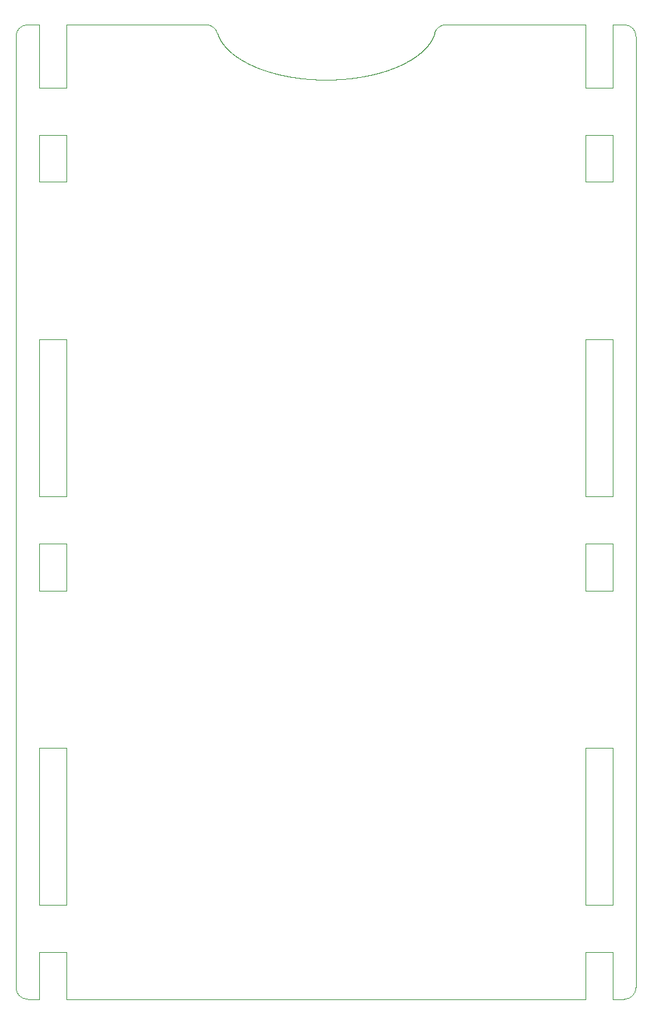
<source format=gbr>
%TF.GenerationSoftware,KiCad,Pcbnew,9.0.1-1.fc42*%
%TF.CreationDate,2025-04-23T08:50:20-04:00*%
%TF.ProjectId,roversa2,726f7665-7273-4613-922e-6b696361645f,rev?*%
%TF.SameCoordinates,Original*%
%TF.FileFunction,Profile,NP*%
%FSLAX46Y46*%
G04 Gerber Fmt 4.6, Leading zero omitted, Abs format (unit mm)*
G04 Created by KiCad (PCBNEW 9.0.1-1.fc42) date 2025-04-23 08:50:20*
%MOMM*%
%LPD*%
G01*
G04 APERTURE LIST*
%TA.AperFunction,Profile*%
%ADD10C,0.100000*%
%TD*%
%ADD11C,0.100000*%
G04 APERTURE END LIST*
D10*
X63400000Y-33499999D02*
X66850000Y-33499999D01*
X63400000Y-25499999D02*
X63400000Y-33499999D01*
X63400000Y-117499999D02*
X66850000Y-117499999D01*
X132950000Y-65499999D02*
X132950000Y-85499999D01*
X61900001Y-149499999D02*
X63400000Y-149499999D01*
X132950000Y-117499999D02*
X132950000Y-137499999D01*
X136400000Y-39499999D02*
X136400000Y-45499999D01*
X60400000Y-27000000D02*
X60400000Y-147999998D01*
X115172540Y-25499999D02*
X132950000Y-25499999D01*
X132950000Y-39499999D02*
X132950000Y-45499999D01*
X66850000Y-25499999D02*
X84627427Y-25499999D01*
X139400000Y-147999999D02*
G75*
G02*
X137900000Y-149500000I-1500000J-1D01*
G01*
X136400000Y-85499999D02*
X132950000Y-85499999D01*
X66850000Y-91499999D02*
X66850000Y-97499999D01*
X63400000Y-85499999D02*
X66850000Y-85499999D01*
X66850000Y-149499999D02*
X132950000Y-149499999D01*
X136400000Y-97499999D02*
X132950000Y-97499999D01*
X60400000Y-27000000D02*
G75*
G02*
X61900001Y-25500000I1500000J0D01*
G01*
D11*
X99900000Y-32499999D02*
X99947660Y-32499959D01*
X99995306Y-32499839D01*
X100042938Y-32499639D01*
X100090554Y-32499360D01*
X100138154Y-32499000D01*
X100185738Y-32498560D01*
X100233305Y-32498041D01*
X100280856Y-32497442D01*
X100328388Y-32496763D01*
X100375902Y-32496005D01*
X100423398Y-32495167D01*
X100470874Y-32494249D01*
X100518330Y-32493252D01*
X100565767Y-32492175D01*
X100613182Y-32491018D01*
X100660576Y-32489783D01*
X100707948Y-32488467D01*
X100755298Y-32487073D01*
X100802625Y-32485599D01*
X100849929Y-32484045D01*
X100897209Y-32482413D01*
X100944464Y-32480701D01*
X100991695Y-32478911D01*
X101038900Y-32477041D01*
X101086079Y-32475092D01*
X101133232Y-32473065D01*
X101180357Y-32470958D01*
X101227455Y-32468773D01*
X101274525Y-32466509D01*
X101321566Y-32464166D01*
X101368578Y-32461744D01*
X101415560Y-32459244D01*
X101462513Y-32456666D01*
X101509434Y-32454009D01*
X101556324Y-32451274D01*
X101603182Y-32448461D01*
X101650008Y-32445570D01*
X101696801Y-32442600D01*
X101743560Y-32439552D01*
X101790286Y-32436427D01*
X101836977Y-32433224D01*
X101883633Y-32429943D01*
X101906949Y-32428273D01*
X101930253Y-32426584D01*
X101953551Y-32424876D01*
X101976837Y-32423148D01*
X102000117Y-32421401D01*
X102023384Y-32419634D01*
X102046645Y-32417848D01*
X102069895Y-32416043D01*
X102093137Y-32414219D01*
X102116367Y-32412375D01*
X102139590Y-32410512D01*
X102162801Y-32408629D01*
X102186004Y-32406728D01*
X102209196Y-32404807D01*
X102232380Y-32402867D01*
X102255552Y-32400907D01*
X102278715Y-32398928D01*
X102301867Y-32396931D01*
X102325011Y-32394914D01*
X102348142Y-32392878D01*
X102371265Y-32390822D01*
X102394376Y-32388748D01*
X102417479Y-32386654D01*
X102440569Y-32384541D01*
X102463650Y-32382409D01*
X102486719Y-32380258D01*
X102509779Y-32378088D01*
X102532826Y-32375899D01*
X102555865Y-32373691D01*
X102578890Y-32371464D01*
X102601907Y-32369217D01*
X102624911Y-32366952D01*
X102647905Y-32364668D01*
X102670887Y-32362365D01*
X102693859Y-32360042D01*
X102716818Y-32357701D01*
X102739767Y-32355341D01*
X102762703Y-32352962D01*
X102785629Y-32350564D01*
X102808543Y-32348147D01*
X102831445Y-32345712D01*
X102854335Y-32343257D01*
X102877215Y-32340784D01*
X102900081Y-32338291D01*
X102922937Y-32335780D01*
X102945779Y-32333250D01*
X102968611Y-32330702D01*
X102991429Y-32328134D01*
X103014236Y-32325548D01*
X103037030Y-32322943D01*
X103059812Y-32320320D01*
X103082581Y-32317678D01*
X103105339Y-32315017D01*
X103128083Y-32312337D01*
X103150815Y-32309639D01*
X103173534Y-32306922D01*
X103196241Y-32304186D01*
X103218934Y-32301432D01*
X103241615Y-32298659D01*
X103264283Y-32295868D01*
X103286938Y-32293058D01*
X103309579Y-32290230D01*
X103332208Y-32287383D01*
X103354823Y-32284518D01*
X103377425Y-32281634D01*
X103400014Y-32278732D01*
X103422589Y-32275811D01*
X103445151Y-32272872D01*
X103467699Y-32269915D01*
X103490233Y-32266939D01*
X103512754Y-32263945D01*
X103535261Y-32260932D01*
X103557754Y-32257902D01*
X103580233Y-32254852D01*
X103602698Y-32251785D01*
X103625149Y-32248699D01*
X103647586Y-32245595D01*
X103670009Y-32242473D01*
X103692417Y-32239333D01*
X103714811Y-32236174D01*
X103737191Y-32232998D01*
X103759556Y-32229803D01*
X103781907Y-32226590D01*
X103804243Y-32223359D01*
X103826564Y-32220110D01*
X103848871Y-32216843D01*
X103871163Y-32213558D01*
X103893440Y-32210254D01*
X103915702Y-32206933D01*
X103937949Y-32203594D01*
X103960180Y-32200237D01*
X103982397Y-32196862D01*
X104004598Y-32193469D01*
X104026785Y-32190058D01*
X104048955Y-32186629D01*
X104071111Y-32183182D01*
X104093251Y-32179718D01*
X104115375Y-32176236D01*
X104137484Y-32172736D01*
X104159577Y-32169218D01*
X104181654Y-32165682D01*
X104203715Y-32162129D01*
X104225761Y-32158558D01*
X104247790Y-32154970D01*
X104269803Y-32151364D01*
X104291801Y-32147740D01*
X104313782Y-32144098D01*
X104335747Y-32140439D01*
X104357695Y-32136763D01*
X104379628Y-32133068D01*
X104401543Y-32129357D01*
X104423443Y-32125628D01*
X104445325Y-32121881D01*
X104467192Y-32118117D01*
X104489041Y-32114336D01*
X104510874Y-32110537D01*
X104532689Y-32106721D01*
X104554488Y-32102887D01*
X104576269Y-32099037D01*
X104598035Y-32095168D01*
X104619782Y-32091283D01*
X104641513Y-32087380D01*
X104663225Y-32083461D01*
X104684922Y-32079523D01*
X104706600Y-32075569D01*
X104728261Y-32071598D01*
X104749904Y-32067610D01*
X104771531Y-32063604D01*
X104793138Y-32059581D01*
X104814730Y-32055542D01*
X104836302Y-32051485D01*
X104857858Y-32047411D01*
X104879394Y-32043321D01*
X104900914Y-32039213D01*
X104922414Y-32035089D01*
X104943898Y-32030947D01*
X104965362Y-32026789D01*
X104986810Y-32022614D01*
X105008237Y-32018422D01*
X105029648Y-32014213D01*
X105051038Y-32009988D01*
X105072412Y-32005745D01*
X105093766Y-32001487D01*
X105115103Y-31997211D01*
X105136419Y-31992919D01*
X105157718Y-31988610D01*
X105178997Y-31984285D01*
X105200259Y-31979943D01*
X105221499Y-31975584D01*
X105242723Y-31971209D01*
X105263926Y-31966818D01*
X105285111Y-31962409D01*
X105306276Y-31957985D01*
X105327423Y-31953544D01*
X105348549Y-31949087D01*
X105369657Y-31944613D01*
X105390744Y-31940124D01*
X105411814Y-31935617D01*
X105432861Y-31931095D01*
X105453892Y-31926556D01*
X105474900Y-31922002D01*
X105495891Y-31917430D01*
X105516860Y-31912843D01*
X105537811Y-31908240D01*
X105558740Y-31903621D01*
X105579652Y-31898985D01*
X105600540Y-31894334D01*
X105621412Y-31889666D01*
X105642260Y-31884983D01*
X105663091Y-31880283D01*
X105683899Y-31875568D01*
X105704689Y-31870836D01*
X105725456Y-31866090D01*
X105746205Y-31861326D01*
X105766931Y-31856548D01*
X105787639Y-31851753D01*
X105808323Y-31846943D01*
X105828990Y-31842117D01*
X105849633Y-31837276D01*
X105870258Y-31832418D01*
X105890859Y-31827545D01*
X105911443Y-31822657D01*
X105932002Y-31817753D01*
X105952543Y-31812833D01*
X105973059Y-31807898D01*
X105993558Y-31802947D01*
X106014032Y-31797982D01*
X106034489Y-31793000D01*
X106054920Y-31788004D01*
X106075333Y-31782991D01*
X106095722Y-31777964D01*
X106116092Y-31772921D01*
X106136437Y-31767864D01*
X106156764Y-31762790D01*
X106177066Y-31757703D01*
X106197350Y-31752599D01*
X106217608Y-31747480D01*
X106237847Y-31742346D01*
X106258062Y-31737198D01*
X106278257Y-31732034D01*
X106298427Y-31726856D01*
X106318579Y-31721661D01*
X106338704Y-31716453D01*
X106358812Y-31711229D01*
X106378893Y-31705991D01*
X106398955Y-31700738D01*
X106418991Y-31695470D01*
X106439009Y-31690187D01*
X106459000Y-31684890D01*
X106478972Y-31679577D01*
X106498918Y-31674251D01*
X106518845Y-31668909D01*
X106538746Y-31663553D01*
X106558627Y-31658182D01*
X106578482Y-31652797D01*
X106598318Y-31647397D01*
X106618126Y-31641983D01*
X106637916Y-31636554D01*
X106657679Y-31631111D01*
X106677422Y-31625653D01*
X106697139Y-31620182D01*
X106716836Y-31614696D01*
X106736506Y-31609196D01*
X106756156Y-31603681D01*
X106775779Y-31598152D01*
X106795383Y-31592609D01*
X106814959Y-31587052D01*
X106834515Y-31581481D01*
X106854044Y-31575896D01*
X106873553Y-31570296D01*
X106893035Y-31564683D01*
X106912497Y-31559055D01*
X106931930Y-31553415D01*
X106951345Y-31547759D01*
X106970731Y-31542091D01*
X106990097Y-31536407D01*
X107009435Y-31530711D01*
X107028753Y-31525000D01*
X107048043Y-31519277D01*
X107067313Y-31513539D01*
X107086554Y-31507788D01*
X107105776Y-31502022D01*
X107124968Y-31496244D01*
X107144141Y-31490451D01*
X107163285Y-31484646D01*
X107182409Y-31478826D01*
X107201504Y-31472995D01*
X107220579Y-31467148D01*
X107239624Y-31461289D01*
X107258650Y-31455416D01*
X107277646Y-31449530D01*
X107296623Y-31443630D01*
X107315569Y-31437719D01*
X107334496Y-31431792D01*
X107353393Y-31425854D01*
X107372270Y-31419901D01*
X107391116Y-31413937D01*
X107409943Y-31407958D01*
X107428740Y-31401967D01*
X107447517Y-31395962D01*
X107466263Y-31389946D01*
X107484990Y-31383915D01*
X107503685Y-31377873D01*
X107522361Y-31371817D01*
X107541006Y-31365749D01*
X107559631Y-31359667D01*
X107578226Y-31353574D01*
X107596800Y-31347466D01*
X107615343Y-31341347D01*
X107633866Y-31335215D01*
X107652358Y-31329071D01*
X107670830Y-31322913D01*
X107689271Y-31316744D01*
X107707691Y-31310561D01*
X107726080Y-31304367D01*
X107744449Y-31298159D01*
X107762786Y-31291941D01*
X107781103Y-31285708D01*
X107799389Y-31279465D01*
X107817654Y-31273208D01*
X107835887Y-31266940D01*
X107854100Y-31260659D01*
X107872281Y-31254367D01*
X107890442Y-31248061D01*
X107908571Y-31241745D01*
X107926679Y-31235415D01*
X107944755Y-31229075D01*
X107962811Y-31222721D01*
X107980835Y-31216357D01*
X107998838Y-31209979D01*
X108016808Y-31203591D01*
X108034758Y-31197190D01*
X108052676Y-31190779D01*
X108070573Y-31184354D01*
X108088438Y-31177919D01*
X108106281Y-31171470D01*
X108124093Y-31165013D01*
X108141883Y-31158541D01*
X108159641Y-31152060D01*
X108177378Y-31145565D01*
X108195082Y-31139061D01*
X108212765Y-31132543D01*
X108230415Y-31126016D01*
X108248045Y-31119476D01*
X108265641Y-31112926D01*
X108283217Y-31106363D01*
X108300759Y-31099791D01*
X108318281Y-31093205D01*
X108335769Y-31086611D01*
X108353236Y-31080003D01*
X108370670Y-31073386D01*
X108388083Y-31066756D01*
X108405462Y-31060117D01*
X108422821Y-31053465D01*
X108440146Y-31046804D01*
X108457450Y-31040130D01*
X108474720Y-31033447D01*
X108491969Y-31026751D01*
X108509184Y-31020047D01*
X108526378Y-31013330D01*
X108543538Y-31006604D01*
X108560677Y-30999865D01*
X108577783Y-30993118D01*
X108594867Y-30986358D01*
X108611917Y-30979590D01*
X108628945Y-30972808D01*
X108645940Y-30966019D01*
X108662913Y-30959217D01*
X108679852Y-30952406D01*
X108696770Y-30945583D01*
X108713654Y-30938752D01*
X108730516Y-30931909D01*
X108747344Y-30925057D01*
X108764150Y-30918193D01*
X108780922Y-30911321D01*
X108797673Y-30904436D01*
X108814389Y-30897544D01*
X108831083Y-30890639D01*
X108847743Y-30883727D01*
X108864382Y-30876802D01*
X108880986Y-30869869D01*
X108897568Y-30862924D01*
X108914116Y-30855972D01*
X108930642Y-30849007D01*
X108947133Y-30842036D01*
X108963603Y-30835051D01*
X108980038Y-30828060D01*
X108996451Y-30821056D01*
X109012829Y-30814045D01*
X109029186Y-30807022D01*
X109045507Y-30799992D01*
X109061807Y-30792950D01*
X109078072Y-30785901D01*
X109094315Y-30778839D01*
X109110523Y-30771771D01*
X109126709Y-30764691D01*
X109142860Y-30757604D01*
X109158989Y-30750505D01*
X109175083Y-30743400D01*
X109191155Y-30736282D01*
X109207192Y-30729158D01*
X109223207Y-30722022D01*
X109239186Y-30714880D01*
X109255144Y-30707726D01*
X109271066Y-30700566D01*
X109286967Y-30693393D01*
X109302832Y-30686215D01*
X109318675Y-30679024D01*
X109334482Y-30671828D01*
X109350268Y-30664620D01*
X109366018Y-30657406D01*
X109381746Y-30650180D01*
X109397438Y-30642949D01*
X109413108Y-30635705D01*
X109428743Y-30628456D01*
X109444355Y-30621196D01*
X109459932Y-30613929D01*
X109475487Y-30606651D01*
X109491006Y-30599368D01*
X109506503Y-30592073D01*
X109521963Y-30584773D01*
X109537402Y-30577460D01*
X109552805Y-30570143D01*
X109568186Y-30562815D01*
X109583531Y-30555481D01*
X109598854Y-30548135D01*
X109614141Y-30540785D01*
X109629406Y-30533423D01*
X109644635Y-30526056D01*
X109659841Y-30518678D01*
X109675012Y-30511295D01*
X109690160Y-30503900D01*
X109705272Y-30496501D01*
X109720362Y-30489091D01*
X109735416Y-30481676D01*
X109750448Y-30474249D01*
X109765443Y-30466819D01*
X109780416Y-30459376D01*
X109795353Y-30451930D01*
X109810268Y-30444472D01*
X109825147Y-30437010D01*
X109840003Y-30429537D01*
X109854823Y-30422060D01*
X109869621Y-30414571D01*
X109884382Y-30407079D01*
X109899121Y-30399575D01*
X109913824Y-30392067D01*
X109928504Y-30384549D01*
X109943148Y-30377026D01*
X109957770Y-30369493D01*
X109972355Y-30361955D01*
X109986918Y-30354407D01*
X110001445Y-30346855D01*
X110015949Y-30339292D01*
X110030417Y-30331726D01*
X110044862Y-30324148D01*
X110059271Y-30316568D01*
X110073658Y-30308976D01*
X110088008Y-30301381D01*
X110102336Y-30293775D01*
X110116627Y-30286166D01*
X110130896Y-30278546D01*
X110145128Y-30270924D01*
X110159338Y-30263290D01*
X110173511Y-30255653D01*
X110187662Y-30248006D01*
X110201776Y-30240355D01*
X110215868Y-30232694D01*
X110229924Y-30225031D01*
X110243957Y-30217356D01*
X110257953Y-30209679D01*
X110271927Y-30201991D01*
X110285864Y-30194301D01*
X110299779Y-30186600D01*
X110313657Y-30178896D01*
X110327513Y-30171182D01*
X110341332Y-30163466D01*
X110355129Y-30155739D01*
X110368889Y-30148010D01*
X110382627Y-30140270D01*
X110396328Y-30132529D01*
X110410006Y-30124776D01*
X110423648Y-30117022D01*
X110437268Y-30109257D01*
X110450850Y-30101491D01*
X110464411Y-30093714D01*
X110477934Y-30085935D01*
X110491435Y-30078146D01*
X110504900Y-30070355D01*
X110518342Y-30062553D01*
X110531747Y-30054750D01*
X110545130Y-30046937D01*
X110558476Y-30039122D01*
X110571800Y-30031297D01*
X110585087Y-30023471D01*
X110598352Y-30015634D01*
X110611580Y-30007796D01*
X110624785Y-29999948D01*
X110637954Y-29992098D01*
X110651101Y-29984239D01*
X110664210Y-29976378D01*
X110677298Y-29968507D01*
X110690348Y-29960635D01*
X110703376Y-29952753D01*
X110716368Y-29944870D01*
X110729337Y-29936977D01*
X110742269Y-29929084D01*
X110755179Y-29921180D01*
X110768052Y-29913275D01*
X110780903Y-29905361D01*
X110793717Y-29897445D01*
X110806509Y-29889520D01*
X110819264Y-29881595D01*
X110831997Y-29873659D01*
X110844693Y-29865723D01*
X110857367Y-29857777D01*
X110870004Y-29849831D01*
X110882618Y-29841874D01*
X110895196Y-29833918D01*
X110907752Y-29825952D01*
X110920271Y-29817985D01*
X110932768Y-29810009D01*
X110945228Y-29802033D01*
X110957666Y-29794047D01*
X110970067Y-29786061D01*
X110982446Y-29778065D01*
X110994788Y-29770069D01*
X111007108Y-29762064D01*
X111019391Y-29754059D01*
X111031652Y-29746044D01*
X111043877Y-29738030D01*
X111056079Y-29730006D01*
X111068245Y-29721982D01*
X111080388Y-29713949D01*
X111092495Y-29705916D01*
X111104580Y-29697874D01*
X111116628Y-29689832D01*
X111128654Y-29681781D01*
X111140643Y-29673730D01*
X111152610Y-29665670D01*
X111164541Y-29657610D01*
X111176449Y-29649541D01*
X111188322Y-29641473D01*
X111200171Y-29633396D01*
X111211985Y-29625319D01*
X111223776Y-29617234D01*
X111235531Y-29609148D01*
X111247264Y-29601054D01*
X111258960Y-29592961D01*
X111270635Y-29584859D01*
X111282273Y-29576757D01*
X111293888Y-29568647D01*
X111305468Y-29560537D01*
X111317025Y-29552419D01*
X111328546Y-29544301D01*
X111340045Y-29536175D01*
X111351508Y-29528050D01*
X111362949Y-29519916D01*
X111374354Y-29511783D01*
X111385736Y-29503641D01*
X111397082Y-29495500D01*
X111408406Y-29487351D01*
X111419695Y-29479203D01*
X111430961Y-29471046D01*
X111442191Y-29462891D01*
X111453399Y-29454727D01*
X111464571Y-29446564D01*
X111475720Y-29438393D01*
X111486834Y-29430223D01*
X111497926Y-29422045D01*
X111508982Y-29413868D01*
X111520016Y-29405683D01*
X111531014Y-29397500D01*
X111541990Y-29389307D01*
X111552931Y-29381117D01*
X111563849Y-29372918D01*
X111574731Y-29364721D01*
X111585592Y-29356515D01*
X111596417Y-29348312D01*
X111607219Y-29340100D01*
X111617987Y-29331889D01*
X111628732Y-29323671D01*
X111639441Y-29315454D01*
X111650129Y-29307230D01*
X111660781Y-29299007D01*
X111671411Y-29290776D01*
X111682006Y-29282547D01*
X111692578Y-29274309D01*
X111703116Y-29266074D01*
X111713631Y-29257831D01*
X111724111Y-29249590D01*
X111734569Y-29241341D01*
X111744992Y-29233094D01*
X111755392Y-29224839D01*
X111765758Y-29216587D01*
X111776102Y-29208326D01*
X111786410Y-29200068D01*
X111796697Y-29191802D01*
X111806948Y-29183538D01*
X111817178Y-29175266D01*
X111827373Y-29166997D01*
X111837545Y-29158720D01*
X111847683Y-29150445D01*
X111857799Y-29142163D01*
X111867880Y-29133883D01*
X111877939Y-29125595D01*
X111887963Y-29117310D01*
X111897965Y-29109017D01*
X111907933Y-29100727D01*
X111917879Y-29092429D01*
X111927790Y-29084134D01*
X111937679Y-29075831D01*
X111947534Y-29067531D01*
X111957366Y-29059224D01*
X111967165Y-29050919D01*
X111976941Y-29042607D01*
X111986683Y-29034297D01*
X111996403Y-29025980D01*
X112006089Y-29017666D01*
X112015753Y-29009344D01*
X112025383Y-29001026D01*
X112034990Y-28992700D01*
X112044564Y-28984377D01*
X112054116Y-28976046D01*
X112063633Y-28967719D01*
X112073129Y-28959384D01*
X112082591Y-28951053D01*
X112092031Y-28942714D01*
X112101437Y-28934378D01*
X112110822Y-28926035D01*
X112120172Y-28917695D01*
X112129501Y-28909348D01*
X112138795Y-28901004D01*
X112148068Y-28892653D01*
X112157308Y-28884306D01*
X112166525Y-28875951D01*
X112175709Y-28867599D01*
X112184871Y-28859240D01*
X112194000Y-28850885D01*
X112203107Y-28842523D01*
X112212180Y-28834164D01*
X112221232Y-28825798D01*
X112230250Y-28817435D01*
X112239247Y-28809066D01*
X112248210Y-28800700D01*
X112257151Y-28792327D01*
X112266060Y-28783957D01*
X112274946Y-28775581D01*
X112283800Y-28767208D01*
X112292632Y-28758828D01*
X112301430Y-28750452D01*
X112310208Y-28742070D01*
X112318952Y-28733690D01*
X112327674Y-28725304D01*
X112336364Y-28716922D01*
X112345032Y-28708533D01*
X112353667Y-28700147D01*
X112362280Y-28691755D01*
X112370861Y-28683367D01*
X112379420Y-28674972D01*
X112387947Y-28666581D01*
X112396452Y-28658183D01*
X112404924Y-28649789D01*
X112413375Y-28641388D01*
X112421794Y-28632991D01*
X112430191Y-28624588D01*
X112438555Y-28616189D01*
X112446898Y-28607782D01*
X112455209Y-28599380D01*
X112463498Y-28590972D01*
X112471755Y-28582567D01*
X112479990Y-28574156D01*
X112488194Y-28565749D01*
X112496375Y-28557336D01*
X112504525Y-28548926D01*
X112512654Y-28540510D01*
X112520750Y-28532098D01*
X112528825Y-28523680D01*
X112536868Y-28515266D01*
X112544890Y-28506846D01*
X112552880Y-28498429D01*
X112560848Y-28490007D01*
X112568785Y-28481588D01*
X112576700Y-28473164D01*
X112584584Y-28464743D01*
X112592447Y-28456316D01*
X112600278Y-28447894D01*
X112608087Y-28439465D01*
X112615865Y-28431040D01*
X112623622Y-28422610D01*
X112631348Y-28414183D01*
X112639052Y-28405751D01*
X112646725Y-28397323D01*
X112654377Y-28388888D01*
X112661997Y-28380458D01*
X112669596Y-28372022D01*
X112677165Y-28363590D01*
X112684712Y-28355152D01*
X112692228Y-28346719D01*
X112699722Y-28338279D01*
X112707186Y-28329844D01*
X112714629Y-28321403D01*
X112722041Y-28312967D01*
X112729432Y-28304524D01*
X112736792Y-28296086D01*
X112744130Y-28287642D01*
X112751439Y-28279202D01*
X112758726Y-28270757D01*
X112765982Y-28262316D01*
X112773218Y-28253869D01*
X112780423Y-28245427D01*
X112787607Y-28236978D01*
X112794760Y-28228535D01*
X112801893Y-28220085D01*
X112808995Y-28211640D01*
X112816076Y-28203190D01*
X112823127Y-28194744D01*
X112830157Y-28186292D01*
X112837157Y-28177844D01*
X112844136Y-28169391D01*
X112851085Y-28160943D01*
X112858012Y-28152489D01*
X112864910Y-28144039D01*
X112871787Y-28135584D01*
X112878635Y-28127134D01*
X112885461Y-28118677D01*
X112892257Y-28110226D01*
X112899033Y-28101769D01*
X112905779Y-28093316D01*
X112912504Y-28084858D01*
X112919200Y-28076405D01*
X112925874Y-28067946D01*
X112932520Y-28059492D01*
X112939144Y-28051032D01*
X112945739Y-28042577D01*
X112952313Y-28034116D01*
X112958858Y-28025661D01*
X112965383Y-28017199D01*
X112971878Y-28008743D01*
X112978352Y-28000281D01*
X112984797Y-27991823D01*
X112991221Y-27983361D01*
X112997617Y-27974903D01*
X113003991Y-27966439D01*
X113010337Y-27957981D01*
X113016662Y-27949517D01*
X113022958Y-27941058D01*
X113029233Y-27932593D01*
X113035480Y-27924133D01*
X113041706Y-27915668D01*
X113047904Y-27907208D01*
X113054081Y-27898742D01*
X113060229Y-27890282D01*
X113066356Y-27881815D01*
X113072456Y-27873354D01*
X113078534Y-27864888D01*
X113084585Y-27856426D01*
X113090614Y-27847959D01*
X113096616Y-27839497D01*
X113102596Y-27831029D01*
X113108549Y-27822567D01*
X113114481Y-27814099D01*
X113120385Y-27805636D01*
X113126268Y-27797168D01*
X113132124Y-27788705D01*
X113137959Y-27780236D01*
X113143766Y-27771773D01*
X113149552Y-27763304D01*
X113155311Y-27754840D01*
X113161050Y-27746371D01*
X113166760Y-27737907D01*
X113172450Y-27729438D01*
X113178113Y-27720974D01*
X113183755Y-27712504D01*
X113189370Y-27704040D01*
X113194964Y-27695570D01*
X113200531Y-27687106D01*
X113206077Y-27678636D01*
X113211596Y-27670171D01*
X113217094Y-27661701D01*
X113222566Y-27653236D01*
X113228017Y-27644766D01*
X113233441Y-27636301D01*
X113238844Y-27627830D01*
X113244221Y-27619365D01*
X113249577Y-27610895D01*
X113254906Y-27602429D01*
X113260214Y-27593959D01*
X113265497Y-27585493D01*
X113270758Y-27577023D01*
X113275993Y-27568557D01*
X113281207Y-27560087D01*
X113286395Y-27551621D01*
X113291563Y-27543151D01*
X113296704Y-27534685D01*
X113301825Y-27526214D01*
X113306919Y-27517749D01*
X113311993Y-27509278D01*
X113317041Y-27500812D01*
X113322068Y-27492342D01*
X113327069Y-27483876D01*
X113332050Y-27475405D01*
X113337005Y-27466940D01*
X113341939Y-27458469D01*
X113346847Y-27450003D01*
X113351735Y-27441533D01*
X113356598Y-27433067D01*
X113361439Y-27424597D01*
X113366255Y-27416131D01*
X113371051Y-27407660D01*
X113375821Y-27399195D01*
X113380571Y-27390724D01*
X113385295Y-27382259D01*
X113389999Y-27373788D01*
X113394677Y-27365323D01*
X113399335Y-27356853D01*
X113403967Y-27348387D01*
X113408580Y-27339917D01*
X113413167Y-27331451D01*
X113417733Y-27322981D01*
X113422275Y-27314516D01*
X113426796Y-27306046D01*
X113431292Y-27297580D01*
X113435768Y-27289110D01*
X113440219Y-27280645D01*
X113444649Y-27272175D01*
X113449055Y-27263710D01*
X113453440Y-27255240D01*
X113457800Y-27246774D01*
X113462141Y-27238305D01*
X113466456Y-27229840D01*
X113470751Y-27221370D01*
X113475022Y-27212905D01*
X113479272Y-27204435D01*
X113483498Y-27195970D01*
X113487703Y-27187500D01*
X113491884Y-27179035D01*
X113496045Y-27170566D01*
X113500181Y-27162101D01*
X113504298Y-27153631D01*
X113508390Y-27145166D01*
X113512461Y-27136697D01*
X113516509Y-27128232D01*
X113520536Y-27119763D01*
X113524539Y-27111298D01*
X113528522Y-27102829D01*
X113532481Y-27094364D01*
X113536420Y-27085895D01*
X113540334Y-27077430D01*
X113544229Y-27068960D01*
X113548099Y-27060495D01*
X113551950Y-27052026D01*
X113555777Y-27043561D01*
X113559583Y-27035092D01*
X113563366Y-27026627D01*
X113567129Y-27018158D01*
X113570868Y-27009693D01*
X113574587Y-27001224D01*
X113578282Y-26992759D01*
X113581957Y-26984290D01*
X113585609Y-26975825D01*
X113589241Y-26967355D01*
X113592849Y-26958890D01*
X113596437Y-26950421D01*
X113600002Y-26941956D01*
X113603546Y-26933486D01*
X113607068Y-26925021D01*
X113610569Y-26916552D01*
X113614047Y-26908086D01*
X113617505Y-26899617D01*
X113620940Y-26891151D01*
X113624355Y-26882681D01*
X113627747Y-26874216D01*
X113631119Y-26865746D01*
X113634468Y-26857280D01*
X113637796Y-26848810D01*
X113641102Y-26840344D01*
X113644388Y-26831874D01*
X113647651Y-26823408D01*
X113650894Y-26814938D01*
X113654114Y-26806471D01*
X113657315Y-26798001D01*
X113660492Y-26789534D01*
X113663650Y-26781063D01*
X113666785Y-26772596D01*
X113669900Y-26764125D01*
X113672992Y-26755658D01*
X113676065Y-26747187D01*
X113679114Y-26738719D01*
X113682144Y-26730248D01*
X113685152Y-26721780D01*
X113688140Y-26713308D01*
X113691105Y-26704840D01*
X113694050Y-26696368D01*
X113696973Y-26687899D01*
X113699876Y-26679427D01*
X113702757Y-26670958D01*
X113705618Y-26662485D01*
X113708456Y-26654016D01*
X113711275Y-26645543D01*
X113714072Y-26637073D01*
X113716849Y-26628599D01*
X113719603Y-26620129D01*
X113722338Y-26611655D01*
X113725051Y-26603184D01*
X113727744Y-26594709D01*
X113730415Y-26586238D01*
X113733066Y-26577763D01*
X113735695Y-26569291D01*
X113738304Y-26560815D01*
X113738427Y-26560415D01*
D10*
X132950000Y-91499999D02*
X132950000Y-97499999D01*
X136400000Y-143499999D02*
X136400000Y-149499999D01*
X63400000Y-137499999D02*
X66850000Y-137499999D01*
X66850000Y-25499999D02*
X66850000Y-33499999D01*
X63400000Y-39499999D02*
X63400000Y-45499999D01*
X136400000Y-39499999D02*
X132950000Y-39499999D01*
X136400000Y-117499999D02*
X136400000Y-137499999D01*
X136400000Y-45499999D02*
X132950000Y-45499999D01*
X63400000Y-91499999D02*
X63400000Y-97499999D01*
X63400000Y-117499999D02*
X63400000Y-137499999D01*
X63400000Y-143499999D02*
X66850000Y-143499999D01*
X136400000Y-25499999D02*
X136400000Y-33499999D01*
X136400000Y-25499999D02*
X137900000Y-25499999D01*
X63400000Y-65499999D02*
X63400000Y-85499999D01*
X136400000Y-143499999D02*
X132950000Y-143499999D01*
X132950000Y-25499999D02*
X132950000Y-33499999D01*
X139400000Y-26999999D02*
X139400000Y-147999999D01*
X63400000Y-45499999D02*
X66850000Y-45499999D01*
X132950000Y-143499999D02*
X132950000Y-149499999D01*
X136400000Y-91499999D02*
X136400000Y-97499999D01*
X137900000Y-25499999D02*
G75*
G02*
X139400001Y-26999999I0J-1500001D01*
G01*
X66850000Y-39499999D02*
X66850000Y-45499999D01*
X63400000Y-91499999D02*
X66850000Y-91499999D01*
X113738427Y-26560415D02*
G75*
G02*
X115172540Y-25500067I1434073J-439585D01*
G01*
X61900001Y-149499999D02*
G75*
G02*
X60400001Y-147999998I-1J1499999D01*
G01*
X136400000Y-65499999D02*
X132950000Y-65499999D01*
X136400000Y-117499999D02*
X132950000Y-117499999D01*
X136400000Y-65499999D02*
X136400000Y-85499999D01*
X66850000Y-65499999D02*
X66850000Y-85499999D01*
D11*
X86061573Y-26560415D02*
X86066805Y-26577349D01*
X86072121Y-26594282D01*
X86077520Y-26611214D01*
X86083003Y-26628144D01*
X86088569Y-26645074D01*
X86094220Y-26662002D01*
X86099954Y-26678930D01*
X86105773Y-26695856D01*
X86111676Y-26712782D01*
X86117663Y-26729707D01*
X86123735Y-26746632D01*
X86129891Y-26763555D01*
X86136133Y-26780478D01*
X86142459Y-26797400D01*
X86148871Y-26814322D01*
X86155368Y-26831243D01*
X86161951Y-26848164D01*
X86168619Y-26865084D01*
X86175373Y-26882004D01*
X86182213Y-26898924D01*
X86189139Y-26915843D01*
X86196151Y-26932762D01*
X86203250Y-26949680D01*
X86210436Y-26966599D01*
X86217708Y-26983517D01*
X86225068Y-27000434D01*
X86232514Y-27017352D01*
X86240048Y-27034270D01*
X86247670Y-27051187D01*
X86255379Y-27068104D01*
X86263176Y-27085022D01*
X86271061Y-27101939D01*
X86279034Y-27118856D01*
X86287096Y-27135773D01*
X86295246Y-27152690D01*
X86303485Y-27169607D01*
X86311813Y-27186524D01*
X86320231Y-27203441D01*
X86328737Y-27220358D01*
X86337333Y-27237275D01*
X86346019Y-27254193D01*
X86354795Y-27271110D01*
X86363661Y-27288027D01*
X86372618Y-27304944D01*
X86381665Y-27321862D01*
X86390802Y-27338779D01*
X86400031Y-27355696D01*
X86409351Y-27372614D01*
X86418762Y-27389531D01*
X86428265Y-27406449D01*
X86437859Y-27423366D01*
X86447546Y-27440284D01*
X86457324Y-27457201D01*
X86467195Y-27474118D01*
X86477159Y-27491036D01*
X86487215Y-27507953D01*
X86497365Y-27524870D01*
X86507607Y-27541787D01*
X86517944Y-27558704D01*
X86528373Y-27575621D01*
X86538897Y-27592538D01*
X86549515Y-27609454D01*
X86560227Y-27626370D01*
X86571033Y-27643286D01*
X86581935Y-27660201D01*
X86592931Y-27677116D01*
X86604022Y-27694031D01*
X86615209Y-27710945D01*
X86626491Y-27727859D01*
X86637870Y-27744772D01*
X86649344Y-27761685D01*
X86660915Y-27778597D01*
X86672582Y-27795509D01*
X86684346Y-27812420D01*
X86696206Y-27829330D01*
X86708164Y-27846239D01*
X86720220Y-27863147D01*
X86732373Y-27880055D01*
X86744623Y-27896962D01*
X86756972Y-27913867D01*
X86769419Y-27930771D01*
X86781965Y-27947675D01*
X86794609Y-27964577D01*
X86807353Y-27981477D01*
X86820195Y-27998377D01*
X86833137Y-28015275D01*
X86846179Y-28032171D01*
X86859320Y-28049066D01*
X86872562Y-28065960D01*
X86885904Y-28082851D01*
X86899346Y-28099741D01*
X86912889Y-28116629D01*
X86926533Y-28133515D01*
X86940279Y-28150398D01*
X86954126Y-28167280D01*
X86968074Y-28184160D01*
X86982124Y-28201037D01*
X86996277Y-28217912D01*
X87010532Y-28234784D01*
X87024889Y-28251654D01*
X87039349Y-28268521D01*
X87053912Y-28285385D01*
X87068579Y-28302246D01*
X87083349Y-28319104D01*
X87098222Y-28335960D01*
X87113199Y-28352812D01*
X87128281Y-28369660D01*
X87143467Y-28386506D01*
X87158757Y-28403347D01*
X87174152Y-28420185D01*
X87189652Y-28437020D01*
X87205258Y-28453850D01*
X87220968Y-28470677D01*
X87236785Y-28487499D01*
X87252707Y-28504317D01*
X87268735Y-28521131D01*
X87284870Y-28537940D01*
X87301111Y-28554745D01*
X87317459Y-28571545D01*
X87333913Y-28588340D01*
X87350475Y-28605130D01*
X87367144Y-28621915D01*
X87383921Y-28638694D01*
X87400805Y-28655468D01*
X87417797Y-28672237D01*
X87434898Y-28689000D01*
X87452107Y-28705757D01*
X87469424Y-28722508D01*
X87486850Y-28739253D01*
X87504385Y-28755992D01*
X87522029Y-28772724D01*
X87539783Y-28789449D01*
X87557646Y-28806168D01*
X87575618Y-28822880D01*
X87593701Y-28839585D01*
X87611894Y-28856283D01*
X87630197Y-28872973D01*
X87648611Y-28889656D01*
X87667135Y-28906331D01*
X87685770Y-28922998D01*
X87704516Y-28939657D01*
X87723374Y-28956308D01*
X87742342Y-28972951D01*
X87761423Y-28989585D01*
X87780615Y-29006210D01*
X87799919Y-29022826D01*
X87819335Y-29039433D01*
X87838863Y-29056031D01*
X87858504Y-29072620D01*
X87878258Y-29089199D01*
X87898124Y-29105768D01*
X87918103Y-29122327D01*
X87938196Y-29138876D01*
X87958401Y-29155414D01*
X87978720Y-29171942D01*
X87999153Y-29188459D01*
X88019699Y-29204965D01*
X88040359Y-29221460D01*
X88061133Y-29237944D01*
X88082022Y-29254416D01*
X88103024Y-29270876D01*
X88124142Y-29287324D01*
X88145373Y-29303761D01*
X88166720Y-29320184D01*
X88188181Y-29336595D01*
X88209757Y-29352994D01*
X88231449Y-29369379D01*
X88253256Y-29385751D01*
X88275178Y-29402110D01*
X88297215Y-29418455D01*
X88319369Y-29434786D01*
X88341638Y-29451103D01*
X88364023Y-29467406D01*
X88386523Y-29483694D01*
X88409140Y-29499968D01*
X88431874Y-29516226D01*
X88454723Y-29532470D01*
X88477689Y-29548698D01*
X88500771Y-29564910D01*
X88523970Y-29581106D01*
X88547286Y-29597286D01*
X88570719Y-29613450D01*
X88594268Y-29629597D01*
X88617934Y-29645728D01*
X88641718Y-29661841D01*
X88665618Y-29677937D01*
X88689636Y-29694016D01*
X88713771Y-29710076D01*
X88738023Y-29726119D01*
X88762393Y-29742143D01*
X88786880Y-29758149D01*
X88811485Y-29774136D01*
X88836208Y-29790104D01*
X88861048Y-29806053D01*
X88886006Y-29821982D01*
X88911081Y-29837892D01*
X88936275Y-29853781D01*
X88961586Y-29869651D01*
X88987015Y-29885499D01*
X89012562Y-29901327D01*
X89038227Y-29917134D01*
X89064010Y-29932919D01*
X89089911Y-29948683D01*
X89115930Y-29964425D01*
X89142068Y-29980145D01*
X89168323Y-29995843D01*
X89194696Y-30011518D01*
X89221188Y-30027170D01*
X89247797Y-30042799D01*
X89274525Y-30058404D01*
X89301371Y-30073986D01*
X89328335Y-30089544D01*
X89355417Y-30105077D01*
X89382618Y-30120587D01*
X89409936Y-30136071D01*
X89437372Y-30151530D01*
X89464927Y-30166964D01*
X89492599Y-30182372D01*
X89520390Y-30197754D01*
X89548298Y-30213111D01*
X89576325Y-30228440D01*
X89604469Y-30243743D01*
X89632731Y-30259019D01*
X89661111Y-30274268D01*
X89689609Y-30289489D01*
X89718224Y-30304682D01*
X89746957Y-30319847D01*
X89775808Y-30334984D01*
X89804776Y-30350092D01*
X89833862Y-30365171D01*
X89863065Y-30380221D01*
X89892385Y-30395241D01*
X89921823Y-30410231D01*
X89951378Y-30425191D01*
X89981049Y-30440121D01*
X90010838Y-30455019D01*
X90040744Y-30469887D01*
X90070766Y-30484724D01*
X90100905Y-30499529D01*
X90131161Y-30514302D01*
X90161533Y-30529042D01*
X90192021Y-30543751D01*
X90222626Y-30558426D01*
X90253346Y-30573068D01*
X90284183Y-30587677D01*
X90315136Y-30602253D01*
X90346204Y-30616794D01*
X90377388Y-30631301D01*
X90408687Y-30645774D01*
X90440101Y-30660211D01*
X90471631Y-30674614D01*
X90503276Y-30688981D01*
X90535035Y-30703312D01*
X90566909Y-30717607D01*
X90598898Y-30731866D01*
X90631001Y-30746088D01*
X90663218Y-30760274D01*
X90695549Y-30774421D01*
X90727994Y-30788532D01*
X90760552Y-30802604D01*
X90793224Y-30816639D01*
X90826009Y-30830635D01*
X90858907Y-30844592D01*
X90891918Y-30858510D01*
X90925042Y-30872388D01*
X90958278Y-30886227D01*
X90991626Y-30900026D01*
X91025086Y-30913785D01*
X91058658Y-30927503D01*
X91092342Y-30941181D01*
X91126137Y-30954817D01*
X91160042Y-30968411D01*
X91194059Y-30981964D01*
X91228187Y-30995475D01*
X91262424Y-31008943D01*
X91296772Y-31022369D01*
X91331230Y-31035752D01*
X91365797Y-31049091D01*
X91400474Y-31062387D01*
X91435260Y-31075639D01*
X91470154Y-31088847D01*
X91505158Y-31102010D01*
X91540269Y-31115128D01*
X91575489Y-31128202D01*
X91610816Y-31141230D01*
X91646250Y-31154212D01*
X91681792Y-31167149D01*
X91717441Y-31180039D01*
X91753196Y-31192882D01*
X91789057Y-31205679D01*
X91825025Y-31218428D01*
X91861097Y-31231130D01*
X91897276Y-31243784D01*
X91933559Y-31256390D01*
X91969947Y-31268948D01*
X92006440Y-31281457D01*
X92043036Y-31293917D01*
X92079736Y-31306328D01*
X92116540Y-31318690D01*
X92153446Y-31331001D01*
X92190455Y-31343263D01*
X92227567Y-31355474D01*
X92264781Y-31367634D01*
X92302096Y-31379744D01*
X92339513Y-31391802D01*
X92377030Y-31403809D01*
X92414648Y-31415763D01*
X92452367Y-31427666D01*
X92490185Y-31439516D01*
X92528103Y-31451314D01*
X92566119Y-31463058D01*
X92604235Y-31474749D01*
X92642449Y-31486387D01*
X92680760Y-31497971D01*
X92719170Y-31509501D01*
X92757676Y-31520976D01*
X92796280Y-31532397D01*
X92834980Y-31543762D01*
X92873775Y-31555073D01*
X92912667Y-31566328D01*
X92951653Y-31577527D01*
X92990734Y-31588670D01*
X93029910Y-31599757D01*
X93069179Y-31610787D01*
X93108542Y-31621761D01*
X93147999Y-31632677D01*
X93187547Y-31643536D01*
X93227188Y-31654337D01*
X93266921Y-31665080D01*
X93306746Y-31675765D01*
X93346661Y-31686392D01*
X93386666Y-31696960D01*
X93426762Y-31707468D01*
X93466948Y-31717918D01*
X93507222Y-31728308D01*
X93547585Y-31738638D01*
X93588037Y-31748909D01*
X93628576Y-31759119D01*
X93669203Y-31769268D01*
X93709916Y-31779357D01*
X93750716Y-31789384D01*
X93791602Y-31799351D01*
X93832574Y-31809255D01*
X93873630Y-31819098D01*
X93914771Y-31828879D01*
X93955996Y-31838598D01*
X93997305Y-31848254D01*
X94038697Y-31857847D01*
X94080171Y-31867378D01*
X94121728Y-31876845D01*
X94163366Y-31886248D01*
X94205085Y-31895588D01*
X94246886Y-31904864D01*
X94288766Y-31914076D01*
X94330726Y-31923223D01*
X94372765Y-31932306D01*
X94414883Y-31941324D01*
X94457079Y-31950276D01*
X94499353Y-31959164D01*
X94541704Y-31967986D01*
X94584132Y-31976742D01*
X94626636Y-31985432D01*
X94669215Y-31994055D01*
X94711870Y-32002613D01*
X94754599Y-32011103D01*
X94797403Y-32019527D01*
X94840280Y-32027884D01*
X94883230Y-32036173D01*
X94926253Y-32044395D01*
X94969348Y-32052549D01*
X95012514Y-32060636D01*
X95034125Y-32064653D01*
X95055751Y-32068654D01*
X95077397Y-32072637D01*
X95099059Y-32076604D01*
X95120740Y-32080553D01*
X95142437Y-32084485D01*
X95164153Y-32088400D01*
X95185884Y-32092297D01*
X95207635Y-32096178D01*
X95229401Y-32100041D01*
X95251185Y-32103887D01*
X95272985Y-32107715D01*
X95294803Y-32111527D01*
X95316637Y-32115320D01*
X95338489Y-32119097D01*
X95360357Y-32122856D01*
X95382243Y-32126598D01*
X95404144Y-32130322D01*
X95426062Y-32134029D01*
X95447996Y-32137718D01*
X95469948Y-32141390D01*
X95491915Y-32145044D01*
X95513899Y-32148681D01*
X95535898Y-32152299D01*
X95557914Y-32155901D01*
X95579946Y-32159485D01*
X95601995Y-32163051D01*
X95624058Y-32166599D01*
X95646139Y-32170130D01*
X95668234Y-32173643D01*
X95690346Y-32177138D01*
X95712473Y-32180616D01*
X95734616Y-32184075D01*
X95756774Y-32187517D01*
X95778948Y-32190941D01*
X95801137Y-32194347D01*
X95823342Y-32197735D01*
X95845562Y-32201106D01*
X95867797Y-32204458D01*
X95890047Y-32207793D01*
X95912313Y-32211109D01*
X95934593Y-32214408D01*
X95956888Y-32217688D01*
X95979198Y-32220951D01*
X96001523Y-32224195D01*
X96023863Y-32227421D01*
X96046217Y-32230630D01*
X96068586Y-32233820D01*
X96090969Y-32236992D01*
X96113367Y-32240146D01*
X96135779Y-32243281D01*
X96158206Y-32246399D01*
X96180647Y-32249498D01*
X96203102Y-32252579D01*
X96225571Y-32255642D01*
X96248054Y-32258686D01*
X96270551Y-32261712D01*
X96293062Y-32264720D01*
X96315587Y-32267710D01*
X96338126Y-32270681D01*
X96360678Y-32273634D01*
X96383244Y-32276568D01*
X96405823Y-32279484D01*
X96428416Y-32282382D01*
X96451022Y-32285261D01*
X96473642Y-32288121D01*
X96496275Y-32290963D01*
X96518922Y-32293787D01*
X96541581Y-32296592D01*
X96564254Y-32299379D01*
X96586939Y-32302147D01*
X96609638Y-32304896D01*
X96632349Y-32307627D01*
X96655073Y-32310340D01*
X96677810Y-32313033D01*
X96700559Y-32315708D01*
X96723321Y-32318364D01*
X96746096Y-32321002D01*
X96768883Y-32323621D01*
X96791683Y-32326221D01*
X96814494Y-32328803D01*
X96837319Y-32331366D01*
X96860154Y-32333910D01*
X96883003Y-32336435D01*
X96905863Y-32338941D01*
X96928736Y-32341429D01*
X96951620Y-32343898D01*
X96974516Y-32346348D01*
X96997423Y-32348779D01*
X97020344Y-32351191D01*
X97043274Y-32353584D01*
X97066217Y-32355958D01*
X97089171Y-32358314D01*
X97112137Y-32360650D01*
X97135114Y-32362968D01*
X97158102Y-32365267D01*
X97181101Y-32367546D01*
X97204113Y-32369807D01*
X97227133Y-32372048D01*
X97250167Y-32374271D01*
X97273210Y-32376474D01*
X97296265Y-32378659D01*
X97319330Y-32380824D01*
X97342406Y-32382971D01*
X97365492Y-32385098D01*
X97388590Y-32387206D01*
X97411697Y-32389295D01*
X97434816Y-32391365D01*
X97457944Y-32393415D01*
X97481084Y-32395447D01*
X97504232Y-32397459D01*
X97527393Y-32399452D01*
X97550561Y-32401426D01*
X97573742Y-32403381D01*
X97596930Y-32405316D01*
X97620131Y-32407232D01*
X97643339Y-32409129D01*
X97666559Y-32411007D01*
X97689786Y-32412865D01*
X97713026Y-32414704D01*
X97736273Y-32416524D01*
X97759531Y-32418324D01*
X97782797Y-32420105D01*
X97806074Y-32421867D01*
X97829358Y-32423610D01*
X97852654Y-32425333D01*
X97875957Y-32427036D01*
X97899271Y-32428720D01*
X97922592Y-32430385D01*
X97945924Y-32432031D01*
X97969263Y-32433656D01*
X97992612Y-32435263D01*
X98015968Y-32436850D01*
X98039336Y-32438418D01*
X98062709Y-32439966D01*
X98086093Y-32441494D01*
X98109484Y-32443004D01*
X98132885Y-32444493D01*
X98156292Y-32445963D01*
X98179710Y-32447414D01*
X98203134Y-32448845D01*
X98226568Y-32450256D01*
X98250008Y-32451648D01*
X98273458Y-32453021D01*
X98296914Y-32454373D01*
X98320380Y-32455707D01*
X98343851Y-32457020D01*
X98367333Y-32458314D01*
X98390820Y-32459589D01*
X98414317Y-32460843D01*
X98437818Y-32462079D01*
X98461331Y-32463294D01*
X98484847Y-32464490D01*
X98508374Y-32465666D01*
X98531905Y-32466823D01*
X98555446Y-32467959D01*
X98578992Y-32469076D01*
X98602547Y-32470174D01*
X98626107Y-32471252D01*
X98649676Y-32472310D01*
X98673250Y-32473348D01*
X98696833Y-32474367D01*
X98720420Y-32475365D01*
X98744016Y-32476345D01*
X98767616Y-32477304D01*
X98791226Y-32478243D01*
X98814839Y-32479163D01*
X98838462Y-32480063D01*
X98862087Y-32480944D01*
X98885723Y-32481804D01*
X98909361Y-32482645D01*
X98933009Y-32483466D01*
X98956659Y-32484267D01*
X98980319Y-32485048D01*
X99003981Y-32485809D01*
X99027653Y-32486551D01*
X99051326Y-32487273D01*
X99075010Y-32487975D01*
X99098695Y-32488657D01*
X99122390Y-32489319D01*
X99146086Y-32489961D01*
X99169792Y-32490584D01*
X99193499Y-32491186D01*
X99217216Y-32491769D01*
X99240934Y-32492332D01*
X99264661Y-32492875D01*
X99288389Y-32493398D01*
X99312126Y-32493901D01*
X99335865Y-32494384D01*
X99359612Y-32494848D01*
X99383360Y-32495291D01*
X99407118Y-32495715D01*
X99430875Y-32496118D01*
X99454642Y-32496502D01*
X99478409Y-32496865D01*
X99502186Y-32497209D01*
X99525962Y-32497533D01*
X99549747Y-32497837D01*
X99573532Y-32498121D01*
X99597326Y-32498385D01*
X99621120Y-32498629D01*
X99644922Y-32498853D01*
X99668724Y-32499057D01*
X99692535Y-32499241D01*
X99716345Y-32499405D01*
X99740163Y-32499549D01*
X99763981Y-32499673D01*
X99787808Y-32499777D01*
X99811633Y-32499862D01*
X99835467Y-32499926D01*
X99859300Y-32499970D01*
X99883141Y-32499994D01*
X99900000Y-32499999D01*
D10*
X63400000Y-65499999D02*
X66850000Y-65499999D01*
X63400000Y-143499999D02*
X63400000Y-149499999D01*
X63400000Y-97499999D02*
X66850000Y-97499999D01*
X136400000Y-137499999D02*
X132950000Y-137499999D01*
X66850000Y-143499999D02*
X66850000Y-149499999D01*
X63400000Y-39499999D02*
X66850000Y-39499999D01*
X136400000Y-91499999D02*
X132950000Y-91499999D01*
X61900001Y-25499999D02*
X63400000Y-25499999D01*
X84627427Y-25499999D02*
G75*
G02*
X86061546Y-26560423I-27J-1500001D01*
G01*
X136400000Y-149499999D02*
X137900000Y-149499999D01*
X66850000Y-117499999D02*
X66850000Y-137499999D01*
X136400000Y-33499999D02*
X132950000Y-33499999D01*
M02*

</source>
